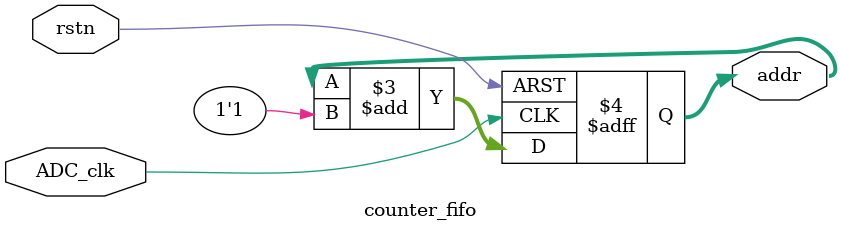
<source format=v>
module counter_fifo (
    input ADC_clk,
    input rstn,
    output reg [3:0] addr
);
    always @(posedge ADC_clk or negedge rstn) begin
        if(~rstn)begin
            addr <= 4'b0;
        end
        else addr <= addr + 1'b1;
    end
endmodule
</source>
